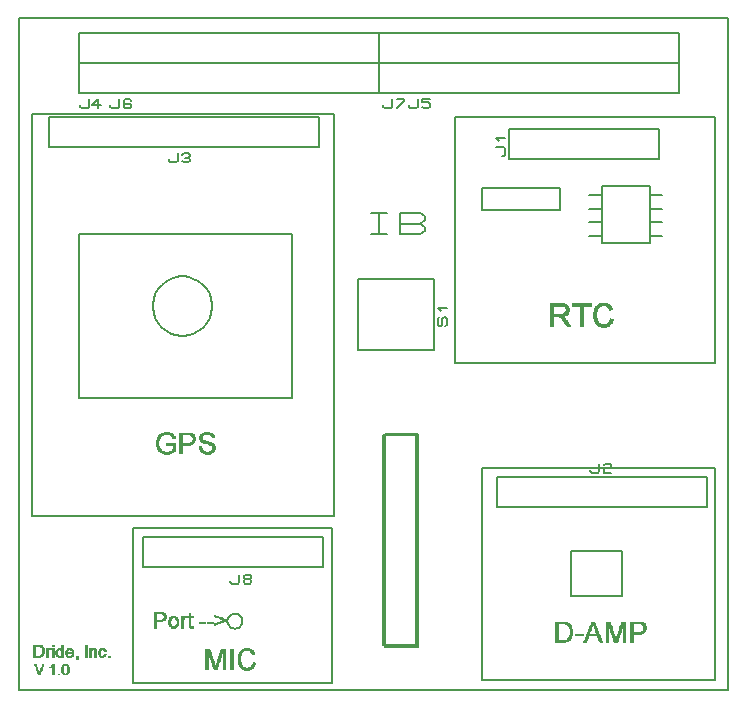
<source format=gbr>
G04 PROTEUS RS274X GERBER FILE*
%FSLAX24Y24*%
%MOIN*%
%ADD10C,0.0080*%
%ADD13C,0.0025*%
G54D10*
X-29996Y+105D02*
X-6353Y+105D01*
X-6353Y+22494D01*
X-29996Y+22494D01*
X-29996Y+105D01*
X-29000Y+18200D02*
X-20000Y+18200D01*
X-20000Y+19200D01*
X-29000Y+19200D01*
X-29000Y+18200D01*
X-25000Y+17790D02*
X-25000Y+17740D01*
X-24950Y+17690D01*
X-24750Y+17690D01*
X-24700Y+17740D01*
X-24700Y+17990D01*
X-24550Y+17940D02*
X-24500Y+17990D01*
X-24350Y+17990D01*
X-24300Y+17940D01*
X-24300Y+17890D01*
X-24350Y+17840D01*
X-24300Y+17790D01*
X-24300Y+17740D01*
X-24350Y+17690D01*
X-24500Y+17690D01*
X-24550Y+17740D01*
X-24450Y+17840D02*
X-24350Y+17840D01*
X-29550Y+5900D02*
X-19500Y+5900D01*
X-19500Y+19300D01*
X-29550Y+19300D01*
X-29550Y+5900D01*
X-28000Y+9850D02*
X-20900Y+9850D01*
X-20900Y+15300D01*
X-28000Y+15300D01*
X-28000Y+9850D01*
X-28000Y+20000D02*
X-18000Y+20000D01*
X-18000Y+21000D01*
X-28000Y+21000D01*
X-28000Y+20000D01*
X-27950Y+19590D02*
X-27950Y+19540D01*
X-27900Y+19490D01*
X-27700Y+19490D01*
X-27650Y+19540D01*
X-27650Y+19790D01*
X-27250Y+19590D02*
X-27550Y+19590D01*
X-27350Y+19790D01*
X-27350Y+19490D01*
X-28000Y+21000D02*
X-18000Y+21000D01*
X-18000Y+22000D01*
X-28000Y+22000D01*
X-28000Y+21000D01*
X-26950Y+19590D02*
X-26950Y+19540D01*
X-26900Y+19490D01*
X-26700Y+19490D01*
X-26650Y+19540D01*
X-26650Y+19790D01*
X-26250Y+19740D02*
X-26300Y+19790D01*
X-26450Y+19790D01*
X-26500Y+19740D01*
X-26500Y+19540D01*
X-26450Y+19490D01*
X-26300Y+19490D01*
X-26250Y+19540D01*
X-26250Y+19590D01*
X-26300Y+19640D01*
X-26500Y+19640D01*
X-18000Y+20000D02*
X-8000Y+20000D01*
X-8000Y+21000D01*
X-18000Y+21000D01*
X-18000Y+20000D01*
X-17000Y+19590D02*
X-17000Y+19540D01*
X-16950Y+19490D01*
X-16750Y+19490D01*
X-16700Y+19540D01*
X-16700Y+19790D01*
X-16300Y+19790D02*
X-16550Y+19790D01*
X-16550Y+19690D01*
X-16350Y+19690D01*
X-16300Y+19640D01*
X-16300Y+19540D01*
X-16350Y+19490D01*
X-16500Y+19490D01*
X-16550Y+19540D01*
X-18000Y+21000D02*
X-8000Y+21000D01*
X-8000Y+22000D01*
X-18000Y+22000D01*
X-18000Y+21000D01*
X-17850Y+19590D02*
X-17850Y+19540D01*
X-17800Y+19490D01*
X-17600Y+19490D01*
X-17550Y+19540D01*
X-17550Y+19790D01*
X-17400Y+19790D02*
X-17150Y+19790D01*
X-17150Y+19740D01*
X-17400Y+19490D01*
X-15450Y+11000D02*
X-6800Y+11000D01*
X-6800Y+19200D01*
X-15450Y+19200D01*
X-15450Y+11000D01*
X-14550Y+450D02*
X-6800Y+450D01*
X-6800Y+7500D01*
X-14550Y+7500D01*
X-14550Y+450D01*
X-17850Y+1600D02*
X-16750Y+1600D01*
X-16750Y+8600D01*
X-17850Y+8600D01*
X-17850Y+1600D01*
X-26200Y+350D02*
X-19550Y+350D01*
X-19550Y+5500D01*
X-26200Y+5500D01*
X-26200Y+350D01*
X-13650Y+17800D02*
X-8650Y+17800D01*
X-8650Y+18800D01*
X-13650Y+18800D01*
X-13650Y+17800D01*
X-13890Y+17900D02*
X-13840Y+17900D01*
X-13790Y+17950D01*
X-13790Y+18150D01*
X-13840Y+18200D01*
X-14090Y+18200D01*
X-13990Y+18400D02*
X-14090Y+18500D01*
X-13790Y+18500D01*
X-14050Y+6200D02*
X-7050Y+6200D01*
X-7050Y+7200D01*
X-14050Y+7200D01*
X-14050Y+6200D01*
X-10950Y+7440D02*
X-10950Y+7390D01*
X-10900Y+7340D01*
X-10700Y+7340D01*
X-10650Y+7390D01*
X-10650Y+7640D01*
X-10500Y+7590D02*
X-10450Y+7640D01*
X-10300Y+7640D01*
X-10250Y+7590D01*
X-10250Y+7540D01*
X-10300Y+7490D01*
X-10450Y+7490D01*
X-10500Y+7440D01*
X-10500Y+7340D01*
X-10250Y+7340D01*
X-25850Y+4200D02*
X-19850Y+4200D01*
X-19850Y+5200D01*
X-25850Y+5200D01*
X-25850Y+4200D01*
X-22950Y+3740D02*
X-22950Y+3690D01*
X-22900Y+3640D01*
X-22700Y+3640D01*
X-22650Y+3690D01*
X-22650Y+3940D01*
X-22450Y+3790D02*
X-22500Y+3840D01*
X-22500Y+3890D01*
X-22450Y+3940D01*
X-22300Y+3940D01*
X-22250Y+3890D01*
X-22250Y+3840D01*
X-22300Y+3790D01*
X-22450Y+3790D01*
X-22500Y+3740D01*
X-22500Y+3690D01*
X-22450Y+3640D01*
X-22300Y+3640D01*
X-22250Y+3690D01*
X-22250Y+3740D01*
X-22300Y+3790D01*
G54D13*
X-10600Y+12210D02*
X-10420Y+12210D01*
X-12280Y+12230D02*
X-12180Y+12230D01*
X-11740Y+12230D02*
X-11620Y+12230D01*
X-11300Y+12230D02*
X-11200Y+12230D01*
X-10660Y+12230D02*
X-10380Y+12230D01*
X-12280Y+12250D02*
X-12180Y+12250D01*
X-11740Y+12250D02*
X-11620Y+12250D01*
X-11300Y+12250D02*
X-11200Y+12250D01*
X-10700Y+12250D02*
X-10340Y+12250D01*
X-12280Y+12270D02*
X-12180Y+12270D01*
X-11760Y+12270D02*
X-11640Y+12270D01*
X-11300Y+12270D02*
X-11200Y+12270D01*
X-10720Y+12270D02*
X-10320Y+12270D01*
X-12280Y+12290D02*
X-12180Y+12290D01*
X-11780Y+12290D02*
X-11660Y+12290D01*
X-11300Y+12290D02*
X-11200Y+12290D01*
X-10740Y+12290D02*
X-10280Y+12290D01*
X-12280Y+12310D02*
X-12180Y+12310D01*
X-11780Y+12310D02*
X-11660Y+12310D01*
X-11300Y+12310D02*
X-11200Y+12310D01*
X-10760Y+12310D02*
X-10580Y+12310D01*
X-10440Y+12310D02*
X-10280Y+12310D01*
X-12280Y+12330D02*
X-12180Y+12330D01*
X-11800Y+12330D02*
X-11680Y+12330D01*
X-11300Y+12330D02*
X-11200Y+12330D01*
X-10780Y+12330D02*
X-10640Y+12330D01*
X-10400Y+12330D02*
X-10260Y+12330D01*
X-12280Y+12350D02*
X-12180Y+12350D01*
X-11820Y+12350D02*
X-11700Y+12350D01*
X-11300Y+12350D02*
X-11200Y+12350D01*
X-10800Y+12350D02*
X-10660Y+12350D01*
X-10380Y+12350D02*
X-10240Y+12350D01*
X-12280Y+12370D02*
X-12180Y+12370D01*
X-11820Y+12370D02*
X-11700Y+12370D01*
X-11300Y+12370D02*
X-11200Y+12370D01*
X-10800Y+12370D02*
X-10680Y+12370D01*
X-10360Y+12370D02*
X-10240Y+12370D01*
X-12280Y+12390D02*
X-12180Y+12390D01*
X-11840Y+12390D02*
X-11720Y+12390D01*
X-11300Y+12390D02*
X-11200Y+12390D01*
X-10820Y+12390D02*
X-10700Y+12390D01*
X-10340Y+12390D02*
X-10220Y+12390D01*
X-12280Y+12410D02*
X-12180Y+12410D01*
X-11860Y+12410D02*
X-11740Y+12410D01*
X-11300Y+12410D02*
X-11200Y+12410D01*
X-10820Y+12410D02*
X-10720Y+12410D01*
X-10320Y+12410D02*
X-10220Y+12410D01*
X-12280Y+12430D02*
X-12180Y+12430D01*
X-11860Y+12430D02*
X-11740Y+12430D01*
X-11300Y+12430D02*
X-11200Y+12430D01*
X-10840Y+12430D02*
X-10720Y+12430D01*
X-10320Y+12430D02*
X-10220Y+12430D01*
X-12280Y+12450D02*
X-12180Y+12450D01*
X-11880Y+12450D02*
X-11760Y+12450D01*
X-11300Y+12450D02*
X-11200Y+12450D01*
X-10840Y+12450D02*
X-10740Y+12450D01*
X-10320Y+12450D02*
X-10200Y+12450D01*
X-12280Y+12470D02*
X-12180Y+12470D01*
X-11900Y+12470D02*
X-11780Y+12470D01*
X-11300Y+12470D02*
X-11200Y+12470D01*
X-10840Y+12470D02*
X-10740Y+12470D01*
X-10300Y+12470D02*
X-10200Y+12470D01*
X-12280Y+12490D02*
X-12180Y+12490D01*
X-11920Y+12490D02*
X-11800Y+12490D01*
X-11300Y+12490D02*
X-11200Y+12490D01*
X-10840Y+12490D02*
X-10740Y+12490D01*
X-10300Y+12490D02*
X-10280Y+12490D01*
X-12280Y+12510D02*
X-12180Y+12510D01*
X-11940Y+12510D02*
X-11820Y+12510D01*
X-11300Y+12510D02*
X-11200Y+12510D01*
X-10860Y+12510D02*
X-10760Y+12510D01*
X-12280Y+12530D02*
X-12180Y+12530D01*
X-11960Y+12530D02*
X-11840Y+12530D01*
X-11300Y+12530D02*
X-11200Y+12530D01*
X-10860Y+12530D02*
X-10760Y+12530D01*
X-12280Y+12550D02*
X-12180Y+12550D01*
X-11980Y+12550D02*
X-11860Y+12550D01*
X-11300Y+12550D02*
X-11200Y+12550D01*
X-10860Y+12550D02*
X-10760Y+12550D01*
X-12280Y+12570D02*
X-11820Y+12570D01*
X-11300Y+12570D02*
X-11200Y+12570D01*
X-10860Y+12570D02*
X-10760Y+12570D01*
X-12280Y+12590D02*
X-11780Y+12590D01*
X-11300Y+12590D02*
X-11200Y+12590D01*
X-10860Y+12590D02*
X-10760Y+12590D01*
X-12280Y+12610D02*
X-11740Y+12610D01*
X-11300Y+12610D02*
X-11200Y+12610D01*
X-10860Y+12610D02*
X-10760Y+12610D01*
X-12280Y+12630D02*
X-11720Y+12630D01*
X-11300Y+12630D02*
X-11200Y+12630D01*
X-10860Y+12630D02*
X-10760Y+12630D01*
X-12280Y+12650D02*
X-11700Y+12650D01*
X-11300Y+12650D02*
X-11200Y+12650D01*
X-10860Y+12650D02*
X-10760Y+12650D01*
X-12280Y+12670D02*
X-12180Y+12670D01*
X-11860Y+12670D02*
X-11680Y+12670D01*
X-11300Y+12670D02*
X-11200Y+12670D01*
X-10860Y+12670D02*
X-10760Y+12670D01*
X-12280Y+12690D02*
X-12180Y+12690D01*
X-11820Y+12690D02*
X-11680Y+12690D01*
X-11300Y+12690D02*
X-11200Y+12690D01*
X-10860Y+12690D02*
X-10760Y+12690D01*
X-12280Y+12710D02*
X-12180Y+12710D01*
X-11780Y+12710D02*
X-11680Y+12710D01*
X-11300Y+12710D02*
X-11200Y+12710D01*
X-10860Y+12710D02*
X-10760Y+12710D01*
X-12280Y+12730D02*
X-12180Y+12730D01*
X-11780Y+12730D02*
X-11660Y+12730D01*
X-11300Y+12730D02*
X-11200Y+12730D01*
X-10840Y+12730D02*
X-10740Y+12730D01*
X-12280Y+12750D02*
X-12180Y+12750D01*
X-11760Y+12750D02*
X-11660Y+12750D01*
X-11300Y+12750D02*
X-11200Y+12750D01*
X-10840Y+12750D02*
X-10740Y+12750D01*
X-12280Y+12770D02*
X-12180Y+12770D01*
X-11760Y+12770D02*
X-11660Y+12770D01*
X-11300Y+12770D02*
X-11200Y+12770D01*
X-10840Y+12770D02*
X-10740Y+12770D01*
X-10320Y+12770D02*
X-10280Y+12770D01*
X-12280Y+12790D02*
X-12180Y+12790D01*
X-11760Y+12790D02*
X-11660Y+12790D01*
X-11300Y+12790D02*
X-11200Y+12790D01*
X-10840Y+12790D02*
X-10720Y+12790D01*
X-10340Y+12790D02*
X-10220Y+12790D01*
X-12280Y+12810D02*
X-12180Y+12810D01*
X-11760Y+12810D02*
X-11660Y+12810D01*
X-11300Y+12810D02*
X-11200Y+12810D01*
X-10820Y+12810D02*
X-10720Y+12810D01*
X-10340Y+12810D02*
X-10220Y+12810D01*
X-12280Y+12830D02*
X-12180Y+12830D01*
X-11780Y+12830D02*
X-11660Y+12830D01*
X-11300Y+12830D02*
X-11200Y+12830D01*
X-10820Y+12830D02*
X-10700Y+12830D01*
X-10360Y+12830D02*
X-10240Y+12830D01*
X-12280Y+12850D02*
X-12180Y+12850D01*
X-11780Y+12850D02*
X-11680Y+12850D01*
X-11300Y+12850D02*
X-11200Y+12850D01*
X-10800Y+12850D02*
X-10680Y+12850D01*
X-10360Y+12850D02*
X-10240Y+12850D01*
X-12280Y+12870D02*
X-12180Y+12870D01*
X-11800Y+12870D02*
X-11680Y+12870D01*
X-11300Y+12870D02*
X-11200Y+12870D01*
X-10800Y+12870D02*
X-10660Y+12870D01*
X-10380Y+12870D02*
X-10260Y+12870D01*
X-12280Y+12890D02*
X-12180Y+12890D01*
X-11840Y+12890D02*
X-11680Y+12890D01*
X-11300Y+12890D02*
X-11200Y+12890D01*
X-10780Y+12890D02*
X-10640Y+12890D01*
X-10400Y+12890D02*
X-10260Y+12890D01*
X-12280Y+12910D02*
X-11700Y+12910D01*
X-11560Y+12910D02*
X-10940Y+12910D01*
X-10760Y+12910D02*
X-10600Y+12910D01*
X-10440Y+12910D02*
X-10280Y+12910D01*
X-12280Y+12930D02*
X-11720Y+12930D01*
X-11560Y+12930D02*
X-10940Y+12930D01*
X-10740Y+12930D02*
X-10300Y+12930D01*
X-12280Y+12950D02*
X-11740Y+12950D01*
X-11560Y+12950D02*
X-10940Y+12950D01*
X-10720Y+12950D02*
X-10320Y+12950D01*
X-12280Y+12970D02*
X-11760Y+12970D01*
X-11560Y+12970D02*
X-10940Y+12970D01*
X-10700Y+12970D02*
X-10340Y+12970D01*
X-12280Y+12990D02*
X-11820Y+12990D01*
X-11560Y+12990D02*
X-10940Y+12990D01*
X-10660Y+12990D02*
X-10380Y+12990D01*
X-10600Y+13010D02*
X-10420Y+13010D01*
X-12120Y+1700D02*
X-11780Y+1700D01*
X-11180Y+1700D02*
X-11100Y+1700D01*
X-10640Y+1700D02*
X-10560Y+1700D01*
X-10440Y+1700D02*
X-10360Y+1700D01*
X-10160Y+1700D02*
X-10060Y+1700D01*
X-9860Y+1700D02*
X-9780Y+1700D01*
X-9620Y+1700D02*
X-9540Y+1700D01*
X-12120Y+1720D02*
X-11720Y+1720D01*
X-11180Y+1720D02*
X-11080Y+1720D01*
X-10660Y+1720D02*
X-10560Y+1720D01*
X-10440Y+1720D02*
X-10360Y+1720D01*
X-10160Y+1720D02*
X-10060Y+1720D01*
X-9860Y+1720D02*
X-9780Y+1720D01*
X-9620Y+1720D02*
X-9540Y+1720D01*
X-12120Y+1740D02*
X-11680Y+1740D01*
X-11160Y+1740D02*
X-11080Y+1740D01*
X-10660Y+1740D02*
X-10580Y+1740D01*
X-10440Y+1740D02*
X-10360Y+1740D01*
X-10180Y+1740D02*
X-10040Y+1740D01*
X-9860Y+1740D02*
X-9780Y+1740D01*
X-9620Y+1740D02*
X-9540Y+1740D01*
X-12120Y+1760D02*
X-11660Y+1760D01*
X-11160Y+1760D02*
X-11080Y+1760D01*
X-10660Y+1760D02*
X-10580Y+1760D01*
X-10440Y+1760D02*
X-10360Y+1760D01*
X-10180Y+1760D02*
X-10040Y+1760D01*
X-9860Y+1760D02*
X-9780Y+1760D01*
X-9620Y+1760D02*
X-9540Y+1760D01*
X-12120Y+1780D02*
X-12040Y+1780D01*
X-11780Y+1780D02*
X-11640Y+1780D01*
X-11140Y+1780D02*
X-11060Y+1780D01*
X-10680Y+1780D02*
X-10600Y+1780D01*
X-10440Y+1780D02*
X-10360Y+1780D01*
X-10180Y+1780D02*
X-10040Y+1780D01*
X-9860Y+1780D02*
X-9780Y+1780D01*
X-9620Y+1780D02*
X-9540Y+1780D01*
X-12120Y+1800D02*
X-12040Y+1800D01*
X-11740Y+1800D02*
X-11620Y+1800D01*
X-11140Y+1800D02*
X-11060Y+1800D01*
X-10680Y+1800D02*
X-10600Y+1800D01*
X-10440Y+1800D02*
X-10360Y+1800D01*
X-10200Y+1800D02*
X-10120Y+1800D01*
X-10100Y+1800D02*
X-10020Y+1800D01*
X-9860Y+1800D02*
X-9780Y+1800D01*
X-9620Y+1800D02*
X-9540Y+1800D01*
X-12120Y+1820D02*
X-12040Y+1820D01*
X-11720Y+1820D02*
X-11620Y+1820D01*
X-11140Y+1820D02*
X-11060Y+1820D01*
X-10680Y+1820D02*
X-10600Y+1820D01*
X-10440Y+1820D02*
X-10360Y+1820D01*
X-10200Y+1820D02*
X-10120Y+1820D01*
X-10100Y+1820D02*
X-10020Y+1820D01*
X-9860Y+1820D02*
X-9780Y+1820D01*
X-9620Y+1820D02*
X-9540Y+1820D01*
X-12120Y+1840D02*
X-12040Y+1840D01*
X-11700Y+1840D02*
X-11600Y+1840D01*
X-11120Y+1840D02*
X-11040Y+1840D01*
X-10700Y+1840D02*
X-10620Y+1840D01*
X-10440Y+1840D02*
X-10360Y+1840D01*
X-10200Y+1840D02*
X-10120Y+1840D01*
X-10100Y+1840D02*
X-10020Y+1840D01*
X-9860Y+1840D02*
X-9780Y+1840D01*
X-9620Y+1840D02*
X-9540Y+1840D01*
X-12120Y+1860D02*
X-12040Y+1860D01*
X-11680Y+1860D02*
X-11600Y+1860D01*
X-11120Y+1860D02*
X-11040Y+1860D01*
X-10700Y+1860D02*
X-10620Y+1860D01*
X-10440Y+1860D02*
X-10360Y+1860D01*
X-10220Y+1860D02*
X-10140Y+1860D01*
X-10080Y+1860D02*
X-10000Y+1860D01*
X-9860Y+1860D02*
X-9780Y+1860D01*
X-9620Y+1860D02*
X-9540Y+1860D01*
X-12120Y+1880D02*
X-12040Y+1880D01*
X-11680Y+1880D02*
X-11580Y+1880D01*
X-11100Y+1880D02*
X-11020Y+1880D01*
X-10720Y+1880D02*
X-10640Y+1880D01*
X-10440Y+1880D02*
X-10360Y+1880D01*
X-10220Y+1880D02*
X-10140Y+1880D01*
X-10080Y+1880D02*
X-10000Y+1880D01*
X-9860Y+1880D02*
X-9780Y+1880D01*
X-9620Y+1880D02*
X-9540Y+1880D01*
X-12120Y+1900D02*
X-12040Y+1900D01*
X-11660Y+1900D02*
X-11580Y+1900D01*
X-11100Y+1900D02*
X-11020Y+1900D01*
X-10720Y+1900D02*
X-10640Y+1900D01*
X-10440Y+1900D02*
X-10360Y+1900D01*
X-10220Y+1900D02*
X-10140Y+1900D01*
X-10080Y+1900D02*
X-10000Y+1900D01*
X-9860Y+1900D02*
X-9780Y+1900D01*
X-9620Y+1900D02*
X-9540Y+1900D01*
X-12120Y+1920D02*
X-12040Y+1920D01*
X-11660Y+1920D02*
X-11580Y+1920D01*
X-11460Y+1920D02*
X-11200Y+1920D01*
X-11100Y+1920D02*
X-10640Y+1920D01*
X-10440Y+1920D02*
X-10360Y+1920D01*
X-10240Y+1920D02*
X-10160Y+1920D01*
X-10060Y+1920D02*
X-9980Y+1920D01*
X-9860Y+1920D02*
X-9780Y+1920D01*
X-9620Y+1920D02*
X-9540Y+1920D01*
X-12120Y+1940D02*
X-12040Y+1940D01*
X-11660Y+1940D02*
X-11560Y+1940D01*
X-11460Y+1940D02*
X-11200Y+1940D01*
X-11080Y+1940D02*
X-10660Y+1940D01*
X-10440Y+1940D02*
X-10360Y+1940D01*
X-10240Y+1940D02*
X-10160Y+1940D01*
X-10060Y+1940D02*
X-9980Y+1940D01*
X-9860Y+1940D02*
X-9780Y+1940D01*
X-9620Y+1940D02*
X-9540Y+1940D01*
X-12120Y+1960D02*
X-12040Y+1960D01*
X-11640Y+1960D02*
X-11560Y+1960D01*
X-11460Y+1960D02*
X-11200Y+1960D01*
X-11080Y+1960D02*
X-10660Y+1960D01*
X-10440Y+1960D02*
X-10360Y+1960D01*
X-10240Y+1960D02*
X-10160Y+1960D01*
X-10060Y+1960D02*
X-9980Y+1960D01*
X-9860Y+1960D02*
X-9780Y+1960D01*
X-9620Y+1960D02*
X-9540Y+1960D01*
X-12120Y+1980D02*
X-12040Y+1980D01*
X-11640Y+1980D02*
X-11560Y+1980D01*
X-11460Y+1980D02*
X-11200Y+1980D01*
X-11060Y+1980D02*
X-10680Y+1980D01*
X-10440Y+1980D02*
X-10360Y+1980D01*
X-10260Y+1980D02*
X-10180Y+1980D01*
X-10040Y+1980D02*
X-9960Y+1980D01*
X-9860Y+1980D02*
X-9780Y+1980D01*
X-9620Y+1980D02*
X-9260Y+1980D01*
X-12120Y+2000D02*
X-12040Y+2000D01*
X-11640Y+2000D02*
X-11560Y+2000D01*
X-11060Y+2000D02*
X-10980Y+2000D01*
X-10760Y+2000D02*
X-10680Y+2000D01*
X-10440Y+2000D02*
X-10360Y+2000D01*
X-10260Y+2000D02*
X-10180Y+2000D01*
X-10040Y+2000D02*
X-9960Y+2000D01*
X-9860Y+2000D02*
X-9780Y+2000D01*
X-9620Y+2000D02*
X-9200Y+2000D01*
X-12120Y+2020D02*
X-12040Y+2020D01*
X-11640Y+2020D02*
X-11560Y+2020D01*
X-11060Y+2020D02*
X-10980Y+2020D01*
X-10760Y+2020D02*
X-10680Y+2020D01*
X-10440Y+2020D02*
X-10360Y+2020D01*
X-10260Y+2020D02*
X-10180Y+2020D01*
X-10040Y+2020D02*
X-9960Y+2020D01*
X-9860Y+2020D02*
X-9780Y+2020D01*
X-9620Y+2020D02*
X-9160Y+2020D01*
X-12120Y+2040D02*
X-12040Y+2040D01*
X-11640Y+2040D02*
X-11560Y+2040D01*
X-11040Y+2040D02*
X-10980Y+2040D01*
X-10780Y+2040D02*
X-10700Y+2040D01*
X-10440Y+2040D02*
X-10360Y+2040D01*
X-10280Y+2040D02*
X-10200Y+2040D01*
X-10020Y+2040D02*
X-9940Y+2040D01*
X-9860Y+2040D02*
X-9780Y+2040D01*
X-9620Y+2040D02*
X-9160Y+2040D01*
X-12120Y+2060D02*
X-12040Y+2060D01*
X-11640Y+2060D02*
X-11560Y+2060D01*
X-11040Y+2060D02*
X-10960Y+2060D01*
X-10780Y+2060D02*
X-10700Y+2060D01*
X-10440Y+2060D02*
X-10360Y+2060D01*
X-10280Y+2060D02*
X-10200Y+2060D01*
X-10020Y+2060D02*
X-9940Y+2060D01*
X-9860Y+2060D02*
X-9780Y+2060D01*
X-9620Y+2060D02*
X-9540Y+2060D01*
X-9260Y+2060D02*
X-9140Y+2060D01*
X-12120Y+2080D02*
X-12040Y+2080D01*
X-11640Y+2080D02*
X-11560Y+2080D01*
X-11020Y+2080D02*
X-10960Y+2080D01*
X-10780Y+2080D02*
X-10720Y+2080D01*
X-10440Y+2080D02*
X-10360Y+2080D01*
X-10280Y+2080D02*
X-10200Y+2080D01*
X-10020Y+2080D02*
X-9940Y+2080D01*
X-9860Y+2080D02*
X-9780Y+2080D01*
X-9620Y+2080D02*
X-9540Y+2080D01*
X-9220Y+2080D02*
X-9120Y+2080D01*
X-12120Y+2100D02*
X-12040Y+2100D01*
X-11640Y+2100D02*
X-11560Y+2100D01*
X-11020Y+2100D02*
X-10940Y+2100D01*
X-10800Y+2100D02*
X-10720Y+2100D01*
X-10440Y+2100D02*
X-10360Y+2100D01*
X-10300Y+2100D02*
X-10220Y+2100D01*
X-10000Y+2100D02*
X-9920Y+2100D01*
X-9860Y+2100D02*
X-9780Y+2100D01*
X-9620Y+2100D02*
X-9540Y+2100D01*
X-9200Y+2100D02*
X-9120Y+2100D01*
X-12120Y+2120D02*
X-12040Y+2120D01*
X-11640Y+2120D02*
X-11560Y+2120D01*
X-11020Y+2120D02*
X-10940Y+2120D01*
X-10800Y+2120D02*
X-10720Y+2120D01*
X-10440Y+2120D02*
X-10360Y+2120D01*
X-10300Y+2120D02*
X-10220Y+2120D01*
X-10000Y+2120D02*
X-9920Y+2120D01*
X-9860Y+2120D02*
X-9780Y+2120D01*
X-9620Y+2120D02*
X-9540Y+2120D01*
X-9200Y+2120D02*
X-9100Y+2120D01*
X-12120Y+2140D02*
X-12040Y+2140D01*
X-11640Y+2140D02*
X-11560Y+2140D01*
X-11000Y+2140D02*
X-10940Y+2140D01*
X-10800Y+2140D02*
X-10740Y+2140D01*
X-10440Y+2140D02*
X-10360Y+2140D01*
X-10300Y+2140D02*
X-10220Y+2140D01*
X-10000Y+2140D02*
X-9920Y+2140D01*
X-9860Y+2140D02*
X-9780Y+2140D01*
X-9620Y+2140D02*
X-9540Y+2140D01*
X-9180Y+2140D02*
X-9100Y+2140D01*
X-12120Y+2160D02*
X-12040Y+2160D01*
X-11660Y+2160D02*
X-11580Y+2160D01*
X-11000Y+2160D02*
X-10920Y+2160D01*
X-10820Y+2160D02*
X-10740Y+2160D01*
X-10440Y+2160D02*
X-10360Y+2160D01*
X-10320Y+2160D02*
X-10240Y+2160D01*
X-9980Y+2160D02*
X-9900Y+2160D01*
X-9860Y+2160D02*
X-9780Y+2160D01*
X-9620Y+2160D02*
X-9540Y+2160D01*
X-9180Y+2160D02*
X-9100Y+2160D01*
X-12120Y+2180D02*
X-12040Y+2180D01*
X-11660Y+2180D02*
X-11580Y+2180D01*
X-10980Y+2180D02*
X-10920Y+2180D01*
X-10820Y+2180D02*
X-10760Y+2180D01*
X-10440Y+2180D02*
X-10360Y+2180D01*
X-10320Y+2180D02*
X-10240Y+2180D01*
X-9980Y+2180D02*
X-9900Y+2180D01*
X-9860Y+2180D02*
X-9780Y+2180D01*
X-9620Y+2180D02*
X-9540Y+2180D01*
X-9180Y+2180D02*
X-9100Y+2180D01*
X-12120Y+2200D02*
X-12040Y+2200D01*
X-11660Y+2200D02*
X-11580Y+2200D01*
X-10980Y+2200D02*
X-10920Y+2200D01*
X-10820Y+2200D02*
X-10760Y+2200D01*
X-10440Y+2200D02*
X-10360Y+2200D01*
X-10320Y+2200D02*
X-10240Y+2200D01*
X-9980Y+2200D02*
X-9900Y+2200D01*
X-9860Y+2200D02*
X-9780Y+2200D01*
X-9620Y+2200D02*
X-9540Y+2200D01*
X-9180Y+2200D02*
X-9100Y+2200D01*
X-12120Y+2220D02*
X-12040Y+2220D01*
X-11680Y+2220D02*
X-11600Y+2220D01*
X-10980Y+2220D02*
X-10900Y+2220D01*
X-10840Y+2220D02*
X-10760Y+2220D01*
X-10440Y+2220D02*
X-10360Y+2220D01*
X-10340Y+2220D02*
X-10240Y+2220D01*
X-9980Y+2220D02*
X-9880Y+2220D01*
X-9860Y+2220D02*
X-9780Y+2220D01*
X-9620Y+2220D02*
X-9540Y+2220D01*
X-9180Y+2220D02*
X-9100Y+2220D01*
X-12120Y+2240D02*
X-12040Y+2240D01*
X-11700Y+2240D02*
X-11600Y+2240D01*
X-10960Y+2240D02*
X-10900Y+2240D01*
X-10840Y+2240D02*
X-10780Y+2240D01*
X-10440Y+2240D02*
X-10360Y+2240D01*
X-10340Y+2240D02*
X-10260Y+2240D01*
X-9960Y+2240D02*
X-9880Y+2240D01*
X-9860Y+2240D02*
X-9780Y+2240D01*
X-9620Y+2240D02*
X-9540Y+2240D01*
X-9200Y+2240D02*
X-9100Y+2240D01*
X-12120Y+2260D02*
X-12040Y+2260D01*
X-11720Y+2260D02*
X-11600Y+2260D01*
X-10960Y+2260D02*
X-10880Y+2260D01*
X-10860Y+2260D02*
X-10780Y+2260D01*
X-10440Y+2260D02*
X-10360Y+2260D01*
X-10340Y+2260D02*
X-10260Y+2260D01*
X-9960Y+2260D02*
X-9880Y+2260D01*
X-9860Y+2260D02*
X-9780Y+2260D01*
X-9620Y+2260D02*
X-9540Y+2260D01*
X-9200Y+2260D02*
X-9120Y+2260D01*
X-12120Y+2280D02*
X-12040Y+2280D01*
X-11740Y+2280D02*
X-11620Y+2280D01*
X-10940Y+2280D02*
X-10880Y+2280D01*
X-10860Y+2280D02*
X-10800Y+2280D01*
X-10440Y+2280D02*
X-10260Y+2280D01*
X-9960Y+2280D02*
X-9780Y+2280D01*
X-9620Y+2280D02*
X-9540Y+2280D01*
X-9220Y+2280D02*
X-9120Y+2280D01*
X-12120Y+2300D02*
X-12040Y+2300D01*
X-11780Y+2300D02*
X-11640Y+2300D01*
X-10940Y+2300D02*
X-10880Y+2300D01*
X-10860Y+2300D02*
X-10800Y+2300D01*
X-10440Y+2300D02*
X-10280Y+2300D01*
X-9940Y+2300D02*
X-9780Y+2300D01*
X-9620Y+2300D02*
X-9540Y+2300D01*
X-9260Y+2300D02*
X-9140Y+2300D01*
X-12120Y+2320D02*
X-11660Y+2320D01*
X-10940Y+2320D02*
X-10800Y+2320D01*
X-10440Y+2320D02*
X-10280Y+2320D01*
X-9940Y+2320D02*
X-9780Y+2320D01*
X-9620Y+2320D02*
X-9140Y+2320D01*
X-12120Y+2340D02*
X-11680Y+2340D01*
X-10920Y+2340D02*
X-10820Y+2340D01*
X-10440Y+2340D02*
X-10280Y+2340D01*
X-9940Y+2340D02*
X-9780Y+2340D01*
X-9620Y+2340D02*
X-9160Y+2340D01*
X-12120Y+2360D02*
X-11720Y+2360D01*
X-10920Y+2360D02*
X-10820Y+2360D01*
X-10440Y+2360D02*
X-10300Y+2360D01*
X-9920Y+2360D02*
X-9780Y+2360D01*
X-9620Y+2360D02*
X-9200Y+2360D01*
X-12120Y+2380D02*
X-11760Y+2380D01*
X-10900Y+2380D02*
X-10840Y+2380D01*
X-10440Y+2380D02*
X-10300Y+2380D01*
X-9920Y+2380D02*
X-9780Y+2380D01*
X-9620Y+2380D02*
X-9240Y+2380D01*
X-22489Y+780D02*
X-22329Y+780D01*
X-23789Y+800D02*
X-23709Y+800D01*
X-23509Y+800D02*
X-23409Y+800D01*
X-23209Y+800D02*
X-23129Y+800D01*
X-22949Y+800D02*
X-22869Y+800D01*
X-22549Y+800D02*
X-22269Y+800D01*
X-23789Y+820D02*
X-23709Y+820D01*
X-23509Y+820D02*
X-23409Y+820D01*
X-23209Y+820D02*
X-23129Y+820D01*
X-22949Y+820D02*
X-22869Y+820D01*
X-22569Y+820D02*
X-22249Y+820D01*
X-23789Y+840D02*
X-23709Y+840D01*
X-23529Y+840D02*
X-23389Y+840D01*
X-23209Y+840D02*
X-23129Y+840D01*
X-22949Y+840D02*
X-22869Y+840D01*
X-22609Y+840D02*
X-22209Y+840D01*
X-23789Y+860D02*
X-23709Y+860D01*
X-23529Y+860D02*
X-23389Y+860D01*
X-23209Y+860D02*
X-23129Y+860D01*
X-22949Y+860D02*
X-22869Y+860D01*
X-22629Y+860D02*
X-22469Y+860D01*
X-22349Y+860D02*
X-22189Y+860D01*
X-23789Y+880D02*
X-23709Y+880D01*
X-23529Y+880D02*
X-23389Y+880D01*
X-23209Y+880D02*
X-23129Y+880D01*
X-22949Y+880D02*
X-22869Y+880D01*
X-22629Y+880D02*
X-22509Y+880D01*
X-22309Y+880D02*
X-22189Y+880D01*
X-23789Y+900D02*
X-23709Y+900D01*
X-23549Y+900D02*
X-23469Y+900D01*
X-23449Y+900D02*
X-23369Y+900D01*
X-23209Y+900D02*
X-23129Y+900D01*
X-22949Y+900D02*
X-22869Y+900D01*
X-22649Y+900D02*
X-22549Y+900D01*
X-22269Y+900D02*
X-22169Y+900D01*
X-23789Y+920D02*
X-23709Y+920D01*
X-23549Y+920D02*
X-23469Y+920D01*
X-23449Y+920D02*
X-23369Y+920D01*
X-23209Y+920D02*
X-23129Y+920D01*
X-22949Y+920D02*
X-22869Y+920D01*
X-22669Y+920D02*
X-22569Y+920D01*
X-22249Y+920D02*
X-22169Y+920D01*
X-23789Y+940D02*
X-23709Y+940D01*
X-23549Y+940D02*
X-23469Y+940D01*
X-23449Y+940D02*
X-23369Y+940D01*
X-23209Y+940D02*
X-23129Y+940D01*
X-22949Y+940D02*
X-22869Y+940D01*
X-22669Y+940D02*
X-22589Y+940D01*
X-22249Y+940D02*
X-22149Y+940D01*
X-23789Y+960D02*
X-23709Y+960D01*
X-23569Y+960D02*
X-23489Y+960D01*
X-23429Y+960D02*
X-23349Y+960D01*
X-23209Y+960D02*
X-23129Y+960D01*
X-22949Y+960D02*
X-22869Y+960D01*
X-22669Y+960D02*
X-22589Y+960D01*
X-22229Y+960D02*
X-22149Y+960D01*
X-23789Y+980D02*
X-23709Y+980D01*
X-23569Y+980D02*
X-23489Y+980D01*
X-23429Y+980D02*
X-23349Y+980D01*
X-23209Y+980D02*
X-23129Y+980D01*
X-22949Y+980D02*
X-22869Y+980D01*
X-22689Y+980D02*
X-22609Y+980D01*
X-22229Y+980D02*
X-22129Y+980D01*
X-23789Y+1000D02*
X-23709Y+1000D01*
X-23569Y+1000D02*
X-23489Y+1000D01*
X-23429Y+1000D02*
X-23349Y+1000D01*
X-23209Y+1000D02*
X-23129Y+1000D01*
X-22949Y+1000D02*
X-22869Y+1000D01*
X-22689Y+1000D02*
X-22609Y+1000D01*
X-22209Y+1000D02*
X-22129Y+1000D01*
X-23789Y+1020D02*
X-23709Y+1020D01*
X-23589Y+1020D02*
X-23509Y+1020D01*
X-23409Y+1020D02*
X-23329Y+1020D01*
X-23209Y+1020D02*
X-23129Y+1020D01*
X-22949Y+1020D02*
X-22869Y+1020D01*
X-22689Y+1020D02*
X-22609Y+1020D01*
X-22209Y+1020D02*
X-22169Y+1020D01*
X-23789Y+1040D02*
X-23709Y+1040D01*
X-23589Y+1040D02*
X-23509Y+1040D01*
X-23409Y+1040D02*
X-23329Y+1040D01*
X-23209Y+1040D02*
X-23129Y+1040D01*
X-22949Y+1040D02*
X-22869Y+1040D01*
X-22709Y+1040D02*
X-22629Y+1040D01*
X-23789Y+1060D02*
X-23709Y+1060D01*
X-23589Y+1060D02*
X-23509Y+1060D01*
X-23409Y+1060D02*
X-23329Y+1060D01*
X-23209Y+1060D02*
X-23129Y+1060D01*
X-22949Y+1060D02*
X-22869Y+1060D01*
X-22709Y+1060D02*
X-22629Y+1060D01*
X-23789Y+1080D02*
X-23709Y+1080D01*
X-23609Y+1080D02*
X-23529Y+1080D01*
X-23389Y+1080D02*
X-23309Y+1080D01*
X-23209Y+1080D02*
X-23129Y+1080D01*
X-22949Y+1080D02*
X-22869Y+1080D01*
X-22709Y+1080D02*
X-22629Y+1080D01*
X-23789Y+1100D02*
X-23709Y+1100D01*
X-23609Y+1100D02*
X-23529Y+1100D01*
X-23389Y+1100D02*
X-23309Y+1100D01*
X-23209Y+1100D02*
X-23129Y+1100D01*
X-22949Y+1100D02*
X-22869Y+1100D01*
X-22709Y+1100D02*
X-22629Y+1100D01*
X-23789Y+1120D02*
X-23709Y+1120D01*
X-23609Y+1120D02*
X-23529Y+1120D01*
X-23389Y+1120D02*
X-23309Y+1120D01*
X-23209Y+1120D02*
X-23129Y+1120D01*
X-22949Y+1120D02*
X-22869Y+1120D01*
X-22709Y+1120D02*
X-22629Y+1120D01*
X-23789Y+1140D02*
X-23709Y+1140D01*
X-23629Y+1140D02*
X-23549Y+1140D01*
X-23369Y+1140D02*
X-23289Y+1140D01*
X-23209Y+1140D02*
X-23129Y+1140D01*
X-22949Y+1140D02*
X-22869Y+1140D01*
X-22709Y+1140D02*
X-22629Y+1140D01*
X-23789Y+1160D02*
X-23709Y+1160D01*
X-23629Y+1160D02*
X-23549Y+1160D01*
X-23369Y+1160D02*
X-23289Y+1160D01*
X-23209Y+1160D02*
X-23129Y+1160D01*
X-22949Y+1160D02*
X-22869Y+1160D01*
X-22709Y+1160D02*
X-22629Y+1160D01*
X-23789Y+1180D02*
X-23709Y+1180D01*
X-23629Y+1180D02*
X-23549Y+1180D01*
X-23369Y+1180D02*
X-23289Y+1180D01*
X-23209Y+1180D02*
X-23129Y+1180D01*
X-22949Y+1180D02*
X-22869Y+1180D01*
X-22709Y+1180D02*
X-22629Y+1180D01*
X-23789Y+1200D02*
X-23709Y+1200D01*
X-23649Y+1200D02*
X-23569Y+1200D01*
X-23349Y+1200D02*
X-23269Y+1200D01*
X-23209Y+1200D02*
X-23129Y+1200D01*
X-22949Y+1200D02*
X-22869Y+1200D01*
X-22709Y+1200D02*
X-22629Y+1200D01*
X-23789Y+1220D02*
X-23709Y+1220D01*
X-23649Y+1220D02*
X-23569Y+1220D01*
X-23349Y+1220D02*
X-23269Y+1220D01*
X-23209Y+1220D02*
X-23129Y+1220D01*
X-22949Y+1220D02*
X-22869Y+1220D01*
X-22709Y+1220D02*
X-22629Y+1220D01*
X-23789Y+1240D02*
X-23709Y+1240D01*
X-23649Y+1240D02*
X-23569Y+1240D01*
X-23349Y+1240D02*
X-23269Y+1240D01*
X-23209Y+1240D02*
X-23129Y+1240D01*
X-22949Y+1240D02*
X-22869Y+1240D01*
X-22709Y+1240D02*
X-22629Y+1240D01*
X-23789Y+1260D02*
X-23709Y+1260D01*
X-23669Y+1260D02*
X-23589Y+1260D01*
X-23329Y+1260D02*
X-23249Y+1260D01*
X-23209Y+1260D02*
X-23129Y+1260D01*
X-22949Y+1260D02*
X-22869Y+1260D01*
X-22689Y+1260D02*
X-22609Y+1260D01*
X-23789Y+1280D02*
X-23709Y+1280D01*
X-23669Y+1280D02*
X-23589Y+1280D01*
X-23329Y+1280D02*
X-23249Y+1280D01*
X-23209Y+1280D02*
X-23129Y+1280D01*
X-22949Y+1280D02*
X-22869Y+1280D01*
X-22689Y+1280D02*
X-22609Y+1280D01*
X-23789Y+1300D02*
X-23709Y+1300D01*
X-23669Y+1300D02*
X-23589Y+1300D01*
X-23329Y+1300D02*
X-23249Y+1300D01*
X-23209Y+1300D02*
X-23129Y+1300D01*
X-22949Y+1300D02*
X-22869Y+1300D01*
X-22689Y+1300D02*
X-22609Y+1300D01*
X-22229Y+1300D02*
X-22149Y+1300D01*
X-23789Y+1320D02*
X-23709Y+1320D01*
X-23689Y+1320D02*
X-23589Y+1320D01*
X-23329Y+1320D02*
X-23229Y+1320D01*
X-23209Y+1320D02*
X-23129Y+1320D01*
X-22949Y+1320D02*
X-22869Y+1320D01*
X-22669Y+1320D02*
X-22589Y+1320D01*
X-22249Y+1320D02*
X-22149Y+1320D01*
X-23789Y+1340D02*
X-23709Y+1340D01*
X-23689Y+1340D02*
X-23609Y+1340D01*
X-23309Y+1340D02*
X-23229Y+1340D01*
X-23209Y+1340D02*
X-23129Y+1340D01*
X-22949Y+1340D02*
X-22869Y+1340D01*
X-22669Y+1340D02*
X-22589Y+1340D01*
X-22249Y+1340D02*
X-22169Y+1340D01*
X-23789Y+1360D02*
X-23709Y+1360D01*
X-23689Y+1360D02*
X-23609Y+1360D01*
X-23309Y+1360D02*
X-23229Y+1360D01*
X-23209Y+1360D02*
X-23129Y+1360D01*
X-22949Y+1360D02*
X-22869Y+1360D01*
X-22669Y+1360D02*
X-22569Y+1360D01*
X-22269Y+1360D02*
X-22169Y+1360D01*
X-23789Y+1380D02*
X-23609Y+1380D01*
X-23309Y+1380D02*
X-23129Y+1380D01*
X-22949Y+1380D02*
X-22869Y+1380D01*
X-22649Y+1380D02*
X-22549Y+1380D01*
X-22289Y+1380D02*
X-22189Y+1380D01*
X-23789Y+1400D02*
X-23629Y+1400D01*
X-23289Y+1400D02*
X-23129Y+1400D01*
X-22949Y+1400D02*
X-22869Y+1400D01*
X-22629Y+1400D02*
X-22529Y+1400D01*
X-22309Y+1400D02*
X-22189Y+1400D01*
X-23789Y+1420D02*
X-23629Y+1420D01*
X-23289Y+1420D02*
X-23129Y+1420D01*
X-22949Y+1420D02*
X-22869Y+1420D01*
X-22609Y+1420D02*
X-22469Y+1420D01*
X-22349Y+1420D02*
X-22209Y+1420D01*
X-23789Y+1440D02*
X-23629Y+1440D01*
X-23289Y+1440D02*
X-23129Y+1440D01*
X-22949Y+1440D02*
X-22869Y+1440D01*
X-22589Y+1440D02*
X-22229Y+1440D01*
X-23789Y+1460D02*
X-23649Y+1460D01*
X-23269Y+1460D02*
X-23129Y+1460D01*
X-22949Y+1460D02*
X-22869Y+1460D01*
X-22569Y+1460D02*
X-22249Y+1460D01*
X-23789Y+1480D02*
X-23649Y+1480D01*
X-23269Y+1480D02*
X-23129Y+1480D01*
X-22949Y+1480D02*
X-22869Y+1480D01*
X-22529Y+1480D02*
X-22269Y+1480D01*
X-22489Y+1500D02*
X-22329Y+1500D01*
G54D10*
X-18693Y+11446D02*
X-16174Y+11446D01*
X-16174Y+13809D01*
X-18693Y+13809D01*
X-18693Y+11446D01*
X-15784Y+12227D02*
X-15734Y+12277D01*
X-15734Y+12477D01*
X-15784Y+12527D01*
X-15834Y+12527D01*
X-15884Y+12477D01*
X-15884Y+12277D01*
X-15934Y+12227D01*
X-15984Y+12227D01*
X-16034Y+12277D01*
X-16034Y+12477D01*
X-15984Y+12527D01*
X-15934Y+12727D02*
X-16034Y+12827D01*
X-15734Y+12827D01*
X-17850Y+1600D02*
X-16750Y+1600D01*
X-16750Y+8600D01*
X-17850Y+8600D01*
X-17850Y+1600D01*
X-17800Y+1550D02*
X-16700Y+1550D01*
X-16700Y+8650D01*
X-17800Y+8650D01*
X-17800Y+1550D01*
X-14550Y+16100D02*
X-11950Y+16100D01*
X-11950Y+16850D01*
X-14550Y+16850D01*
X-14550Y+16100D01*
X-10550Y+15000D02*
X-8950Y+15000D01*
X-8950Y+16900D01*
X-10550Y+16900D01*
X-10550Y+15000D01*
X-10550Y+16600D02*
X-11000Y+16600D01*
X-10600Y+16150D02*
X-11000Y+16150D01*
X-10600Y+15700D02*
X-11000Y+15700D01*
X-10600Y+15250D02*
X-11000Y+15250D01*
X-8550Y+16600D02*
X-8950Y+16600D01*
X-8550Y+16150D02*
X-8950Y+16150D01*
X-8550Y+15700D02*
X-8950Y+15700D01*
X-8550Y+15250D02*
X-8950Y+15250D01*
X-11600Y+3250D02*
X-9900Y+3250D01*
X-9900Y+4750D01*
X-11600Y+4750D01*
X-11600Y+3250D01*
X-23561Y+12900D02*
X-23564Y+12979D01*
X-23590Y+13138D01*
X-23644Y+13297D01*
X-23732Y+13456D01*
X-23866Y+13614D01*
X-24025Y+13738D01*
X-24184Y+13819D01*
X-24343Y+13867D01*
X-24502Y+13888D01*
X-24550Y+13889D01*
X-25539Y+12900D02*
X-25536Y+12979D01*
X-25510Y+13138D01*
X-25456Y+13297D01*
X-25368Y+13456D01*
X-25234Y+13614D01*
X-25075Y+13738D01*
X-24916Y+13819D01*
X-24757Y+13867D01*
X-24598Y+13888D01*
X-24550Y+13889D01*
X-25539Y+12900D02*
X-25536Y+12821D01*
X-25510Y+12662D01*
X-25456Y+12503D01*
X-25368Y+12344D01*
X-25234Y+12186D01*
X-25075Y+12062D01*
X-24916Y+11981D01*
X-24757Y+11933D01*
X-24598Y+11912D01*
X-24550Y+11911D01*
X-23561Y+12900D02*
X-23564Y+12821D01*
X-23590Y+12662D01*
X-23644Y+12503D01*
X-23732Y+12344D01*
X-23866Y+12186D01*
X-24025Y+12062D01*
X-24184Y+11981D01*
X-24343Y+11933D01*
X-24502Y+11912D01*
X-24550Y+11911D01*
X-22550Y+2400D02*
X-22551Y+2420D01*
X-22558Y+2461D01*
X-22572Y+2502D01*
X-22595Y+2543D01*
X-22630Y+2583D01*
X-22671Y+2614D01*
X-22712Y+2634D01*
X-22753Y+2646D01*
X-22794Y+2650D01*
X-22800Y+2650D01*
X-23050Y+2400D02*
X-23049Y+2420D01*
X-23042Y+2461D01*
X-23028Y+2502D01*
X-23005Y+2543D01*
X-22970Y+2583D01*
X-22929Y+2614D01*
X-22888Y+2634D01*
X-22847Y+2646D01*
X-22806Y+2650D01*
X-22800Y+2650D01*
X-23050Y+2400D02*
X-23049Y+2380D01*
X-23042Y+2339D01*
X-23028Y+2298D01*
X-23005Y+2257D01*
X-22970Y+2217D01*
X-22929Y+2186D01*
X-22888Y+2166D01*
X-22847Y+2154D01*
X-22806Y+2150D01*
X-22800Y+2150D01*
X-22550Y+2400D02*
X-22551Y+2380D01*
X-22558Y+2339D01*
X-22572Y+2298D01*
X-22595Y+2257D01*
X-22630Y+2217D01*
X-22671Y+2186D01*
X-22712Y+2166D01*
X-22753Y+2154D01*
X-22794Y+2150D01*
X-22800Y+2150D01*
G54D13*
X-25500Y+2180D02*
X-25440Y+2180D01*
X-24920Y+2180D02*
X-24800Y+2180D01*
X-24580Y+2180D02*
X-24520Y+2180D01*
X-24300Y+2180D02*
X-24200Y+2180D01*
X-25500Y+2200D02*
X-25440Y+2200D01*
X-24940Y+2200D02*
X-24760Y+2200D01*
X-24580Y+2200D02*
X-24520Y+2200D01*
X-24320Y+2200D02*
X-24200Y+2200D01*
X-25500Y+2220D02*
X-25440Y+2220D01*
X-24980Y+2220D02*
X-24720Y+2220D01*
X-24580Y+2220D02*
X-24520Y+2220D01*
X-24340Y+2220D02*
X-24200Y+2220D01*
X-25500Y+2240D02*
X-25440Y+2240D01*
X-24980Y+2240D02*
X-24900Y+2240D01*
X-24800Y+2240D02*
X-24720Y+2240D01*
X-24580Y+2240D02*
X-24520Y+2240D01*
X-24340Y+2240D02*
X-24260Y+2240D01*
X-25500Y+2260D02*
X-25440Y+2260D01*
X-25000Y+2260D02*
X-24920Y+2260D01*
X-24780Y+2260D02*
X-24700Y+2260D01*
X-24580Y+2260D02*
X-24520Y+2260D01*
X-24340Y+2260D02*
X-24280Y+2260D01*
X-25500Y+2280D02*
X-25440Y+2280D01*
X-25000Y+2280D02*
X-24940Y+2280D01*
X-24760Y+2280D02*
X-24700Y+2280D01*
X-24580Y+2280D02*
X-24520Y+2280D01*
X-24340Y+2280D02*
X-24280Y+2280D01*
X-23480Y+2280D02*
X-23460Y+2280D01*
X-25500Y+2300D02*
X-25440Y+2300D01*
X-25020Y+2300D02*
X-24940Y+2300D01*
X-24760Y+2300D02*
X-24680Y+2300D01*
X-24580Y+2300D02*
X-24520Y+2300D01*
X-24340Y+2300D02*
X-24280Y+2300D01*
X-23480Y+2300D02*
X-23400Y+2300D01*
X-25500Y+2320D02*
X-25440Y+2320D01*
X-25020Y+2320D02*
X-24960Y+2320D01*
X-24740Y+2320D02*
X-24680Y+2320D01*
X-24580Y+2320D02*
X-24520Y+2320D01*
X-24340Y+2320D02*
X-24280Y+2320D01*
X-23480Y+2320D02*
X-23360Y+2320D01*
X-25500Y+2340D02*
X-25440Y+2340D01*
X-25020Y+2340D02*
X-24960Y+2340D01*
X-24740Y+2340D02*
X-24680Y+2340D01*
X-24580Y+2340D02*
X-24520Y+2340D01*
X-24340Y+2340D02*
X-24280Y+2340D01*
X-23980Y+2340D02*
X-23780Y+2340D01*
X-23740Y+2340D02*
X-23540Y+2340D01*
X-23460Y+2340D02*
X-23300Y+2340D01*
X-25500Y+2360D02*
X-25440Y+2360D01*
X-25020Y+2360D02*
X-24960Y+2360D01*
X-24740Y+2360D02*
X-24680Y+2360D01*
X-24580Y+2360D02*
X-24520Y+2360D01*
X-24340Y+2360D02*
X-24280Y+2360D01*
X-23980Y+2360D02*
X-23780Y+2360D01*
X-23740Y+2360D02*
X-23540Y+2360D01*
X-23400Y+2360D02*
X-23240Y+2360D01*
X-25500Y+2380D02*
X-25440Y+2380D01*
X-25020Y+2380D02*
X-24960Y+2380D01*
X-24740Y+2380D02*
X-24680Y+2380D01*
X-24580Y+2380D02*
X-24520Y+2380D01*
X-24340Y+2380D02*
X-24280Y+2380D01*
X-23980Y+2380D02*
X-23780Y+2380D01*
X-23740Y+2380D02*
X-23540Y+2380D01*
X-23340Y+2380D02*
X-23200Y+2380D01*
X-25500Y+2400D02*
X-25220Y+2400D01*
X-25020Y+2400D02*
X-24960Y+2400D01*
X-24740Y+2400D02*
X-24680Y+2400D01*
X-24580Y+2400D02*
X-24520Y+2400D01*
X-24340Y+2400D02*
X-24280Y+2400D01*
X-23280Y+2400D02*
X-23140Y+2400D01*
X-25500Y+2420D02*
X-25160Y+2420D01*
X-25020Y+2420D02*
X-24960Y+2420D01*
X-24740Y+2420D02*
X-24680Y+2420D01*
X-24580Y+2420D02*
X-24520Y+2420D01*
X-24340Y+2420D02*
X-24280Y+2420D01*
X-23240Y+2420D02*
X-23120Y+2420D01*
X-25500Y+2440D02*
X-25140Y+2440D01*
X-25020Y+2440D02*
X-24940Y+2440D01*
X-24760Y+2440D02*
X-24680Y+2440D01*
X-24580Y+2440D02*
X-24520Y+2440D01*
X-24340Y+2440D02*
X-24280Y+2440D01*
X-23180Y+2440D02*
X-23120Y+2440D01*
X-25500Y+2460D02*
X-25440Y+2460D01*
X-25220Y+2460D02*
X-25120Y+2460D01*
X-25000Y+2460D02*
X-24940Y+2460D01*
X-24760Y+2460D02*
X-24700Y+2460D01*
X-24580Y+2460D02*
X-24520Y+2460D01*
X-24340Y+2460D02*
X-24280Y+2460D01*
X-23240Y+2460D02*
X-23120Y+2460D01*
X-25500Y+2480D02*
X-25440Y+2480D01*
X-25180Y+2480D02*
X-25120Y+2480D01*
X-25000Y+2480D02*
X-24920Y+2480D01*
X-24780Y+2480D02*
X-24700Y+2480D01*
X-24580Y+2480D02*
X-24500Y+2480D01*
X-24340Y+2480D02*
X-24280Y+2480D01*
X-23280Y+2480D02*
X-23140Y+2480D01*
X-25500Y+2500D02*
X-25440Y+2500D01*
X-25180Y+2500D02*
X-25100Y+2500D01*
X-24980Y+2500D02*
X-24900Y+2500D01*
X-24800Y+2500D02*
X-24720Y+2500D01*
X-24580Y+2500D02*
X-24480Y+2500D01*
X-24340Y+2500D02*
X-24280Y+2500D01*
X-23340Y+2500D02*
X-23200Y+2500D01*
X-25500Y+2520D02*
X-25440Y+2520D01*
X-25160Y+2520D02*
X-25100Y+2520D01*
X-24980Y+2520D02*
X-24720Y+2520D01*
X-24580Y+2520D02*
X-24420Y+2520D01*
X-24400Y+2520D02*
X-24200Y+2520D01*
X-23400Y+2520D02*
X-23240Y+2520D01*
X-25500Y+2540D02*
X-25440Y+2540D01*
X-25160Y+2540D02*
X-25100Y+2540D01*
X-24940Y+2540D02*
X-24760Y+2540D01*
X-24580Y+2540D02*
X-24520Y+2540D01*
X-24500Y+2540D02*
X-24200Y+2540D01*
X-23460Y+2540D02*
X-23300Y+2540D01*
X-25500Y+2560D02*
X-25440Y+2560D01*
X-25160Y+2560D02*
X-25100Y+2560D01*
X-24920Y+2560D02*
X-24780Y+2560D01*
X-24580Y+2560D02*
X-24520Y+2560D01*
X-24480Y+2560D02*
X-24200Y+2560D01*
X-23480Y+2560D02*
X-23360Y+2560D01*
X-25500Y+2580D02*
X-25440Y+2580D01*
X-25160Y+2580D02*
X-25100Y+2580D01*
X-24340Y+2580D02*
X-24280Y+2580D01*
X-23480Y+2580D02*
X-23400Y+2580D01*
X-25500Y+2600D02*
X-25440Y+2600D01*
X-25180Y+2600D02*
X-25100Y+2600D01*
X-24340Y+2600D02*
X-24280Y+2600D01*
X-23480Y+2600D02*
X-23460Y+2600D01*
X-25500Y+2620D02*
X-25440Y+2620D01*
X-25180Y+2620D02*
X-25120Y+2620D01*
X-24340Y+2620D02*
X-24280Y+2620D01*
X-25500Y+2640D02*
X-25440Y+2640D01*
X-25220Y+2640D02*
X-25120Y+2640D01*
X-24340Y+2640D02*
X-24280Y+2640D01*
X-25500Y+2660D02*
X-25140Y+2660D01*
X-24340Y+2660D02*
X-24280Y+2660D01*
X-25500Y+2680D02*
X-25160Y+2680D01*
X-24320Y+2680D02*
X-24280Y+2680D01*
X-25500Y+2700D02*
X-25200Y+2700D01*
X-25168Y+7980D02*
X-24988Y+7980D01*
X-23808Y+7980D02*
X-23628Y+7980D01*
X-25228Y+8000D02*
X-24928Y+8000D01*
X-24648Y+8000D02*
X-24568Y+8000D01*
X-23868Y+8000D02*
X-23588Y+8000D01*
X-25268Y+8020D02*
X-24888Y+8020D01*
X-24648Y+8020D02*
X-24568Y+8020D01*
X-23908Y+8020D02*
X-23548Y+8020D01*
X-25308Y+8040D02*
X-24848Y+8040D01*
X-24648Y+8040D02*
X-24568Y+8040D01*
X-23928Y+8040D02*
X-23528Y+8040D01*
X-25328Y+8060D02*
X-25168Y+8060D01*
X-25008Y+8060D02*
X-24808Y+8060D01*
X-24648Y+8060D02*
X-24568Y+8060D01*
X-23948Y+8060D02*
X-23788Y+8060D01*
X-23648Y+8060D02*
X-23508Y+8060D01*
X-25348Y+8080D02*
X-25208Y+8080D01*
X-24948Y+8080D02*
X-24788Y+8080D01*
X-24648Y+8080D02*
X-24568Y+8080D01*
X-23968Y+8080D02*
X-23848Y+8080D01*
X-23608Y+8080D02*
X-23488Y+8080D01*
X-25348Y+8100D02*
X-25248Y+8100D01*
X-24908Y+8100D02*
X-24788Y+8100D01*
X-24648Y+8100D02*
X-24568Y+8100D01*
X-23968Y+8100D02*
X-23868Y+8100D01*
X-23588Y+8100D02*
X-23488Y+8100D01*
X-25368Y+8120D02*
X-25268Y+8120D01*
X-24888Y+8120D02*
X-24788Y+8120D01*
X-24648Y+8120D02*
X-24568Y+8120D01*
X-23988Y+8120D02*
X-23888Y+8120D01*
X-23568Y+8120D02*
X-23488Y+8120D01*
X-25388Y+8140D02*
X-25288Y+8140D01*
X-24868Y+8140D02*
X-24788Y+8140D01*
X-24648Y+8140D02*
X-24568Y+8140D01*
X-23988Y+8140D02*
X-23908Y+8140D01*
X-23548Y+8140D02*
X-23468Y+8140D01*
X-25388Y+8160D02*
X-25308Y+8160D01*
X-24868Y+8160D02*
X-24788Y+8160D01*
X-24648Y+8160D02*
X-24568Y+8160D01*
X-24008Y+8160D02*
X-23908Y+8160D01*
X-23548Y+8160D02*
X-23468Y+8160D01*
X-25408Y+8180D02*
X-25308Y+8180D01*
X-24868Y+8180D02*
X-24788Y+8180D01*
X-24648Y+8180D02*
X-24568Y+8180D01*
X-24008Y+8180D02*
X-23928Y+8180D01*
X-23548Y+8180D02*
X-23468Y+8180D01*
X-25408Y+8200D02*
X-25328Y+8200D01*
X-24868Y+8200D02*
X-24788Y+8200D01*
X-24648Y+8200D02*
X-24568Y+8200D01*
X-24008Y+8200D02*
X-23928Y+8200D01*
X-23548Y+8200D02*
X-23468Y+8200D01*
X-25408Y+8220D02*
X-25328Y+8220D01*
X-24868Y+8220D02*
X-24788Y+8220D01*
X-24648Y+8220D02*
X-24568Y+8220D01*
X-24008Y+8220D02*
X-23928Y+8220D01*
X-23548Y+8220D02*
X-23468Y+8220D01*
X-25428Y+8240D02*
X-25328Y+8240D01*
X-24868Y+8240D02*
X-24788Y+8240D01*
X-24648Y+8240D02*
X-24568Y+8240D01*
X-23568Y+8240D02*
X-23468Y+8240D01*
X-25428Y+8260D02*
X-25348Y+8260D01*
X-24868Y+8260D02*
X-24788Y+8260D01*
X-24648Y+8260D02*
X-24568Y+8260D01*
X-23588Y+8260D02*
X-23488Y+8260D01*
X-25428Y+8280D02*
X-25348Y+8280D01*
X-25088Y+8280D02*
X-24788Y+8280D01*
X-24648Y+8280D02*
X-24288Y+8280D01*
X-23648Y+8280D02*
X-23488Y+8280D01*
X-25428Y+8300D02*
X-25348Y+8300D01*
X-25088Y+8300D02*
X-24788Y+8300D01*
X-24648Y+8300D02*
X-24228Y+8300D01*
X-23708Y+8300D02*
X-23508Y+8300D01*
X-25428Y+8320D02*
X-25348Y+8320D01*
X-25088Y+8320D02*
X-24788Y+8320D01*
X-24648Y+8320D02*
X-24188Y+8320D01*
X-23788Y+8320D02*
X-23528Y+8320D01*
X-25428Y+8340D02*
X-25348Y+8340D01*
X-25088Y+8340D02*
X-24788Y+8340D01*
X-24648Y+8340D02*
X-24188Y+8340D01*
X-23868Y+8340D02*
X-23548Y+8340D01*
X-25428Y+8360D02*
X-25348Y+8360D01*
X-24648Y+8360D02*
X-24568Y+8360D01*
X-24288Y+8360D02*
X-24168Y+8360D01*
X-23908Y+8360D02*
X-23588Y+8360D01*
X-25428Y+8380D02*
X-25348Y+8380D01*
X-24648Y+8380D02*
X-24568Y+8380D01*
X-24248Y+8380D02*
X-24148Y+8380D01*
X-23928Y+8380D02*
X-23648Y+8380D01*
X-25428Y+8400D02*
X-25348Y+8400D01*
X-24648Y+8400D02*
X-24568Y+8400D01*
X-24228Y+8400D02*
X-24148Y+8400D01*
X-23948Y+8400D02*
X-23708Y+8400D01*
X-25428Y+8420D02*
X-25348Y+8420D01*
X-24648Y+8420D02*
X-24568Y+8420D01*
X-24228Y+8420D02*
X-24128Y+8420D01*
X-23968Y+8420D02*
X-23788Y+8420D01*
X-25408Y+8440D02*
X-25328Y+8440D01*
X-24648Y+8440D02*
X-24568Y+8440D01*
X-24208Y+8440D02*
X-24128Y+8440D01*
X-23968Y+8440D02*
X-23848Y+8440D01*
X-25408Y+8460D02*
X-25328Y+8460D01*
X-24648Y+8460D02*
X-24568Y+8460D01*
X-24208Y+8460D02*
X-24128Y+8460D01*
X-23988Y+8460D02*
X-23888Y+8460D01*
X-25408Y+8480D02*
X-25328Y+8480D01*
X-24648Y+8480D02*
X-24568Y+8480D01*
X-24208Y+8480D02*
X-24128Y+8480D01*
X-23988Y+8480D02*
X-23908Y+8480D01*
X-25408Y+8500D02*
X-25308Y+8500D01*
X-24888Y+8500D02*
X-24788Y+8500D01*
X-24648Y+8500D02*
X-24568Y+8500D01*
X-24208Y+8500D02*
X-24128Y+8500D01*
X-23988Y+8500D02*
X-23908Y+8500D01*
X-25388Y+8520D02*
X-25308Y+8520D01*
X-24888Y+8520D02*
X-24808Y+8520D01*
X-24648Y+8520D02*
X-24568Y+8520D01*
X-24208Y+8520D02*
X-24128Y+8520D01*
X-23988Y+8520D02*
X-23908Y+8520D01*
X-23568Y+8520D02*
X-23488Y+8520D01*
X-25388Y+8540D02*
X-25288Y+8540D01*
X-24888Y+8540D02*
X-24808Y+8540D01*
X-24648Y+8540D02*
X-24568Y+8540D01*
X-24228Y+8540D02*
X-24128Y+8540D01*
X-23988Y+8540D02*
X-23908Y+8540D01*
X-23568Y+8540D02*
X-23488Y+8540D01*
X-25368Y+8560D02*
X-25268Y+8560D01*
X-24908Y+8560D02*
X-24808Y+8560D01*
X-24648Y+8560D02*
X-24568Y+8560D01*
X-24228Y+8560D02*
X-24148Y+8560D01*
X-23988Y+8560D02*
X-23908Y+8560D01*
X-23588Y+8560D02*
X-23488Y+8560D01*
X-25368Y+8580D02*
X-25248Y+8580D01*
X-24928Y+8580D02*
X-24828Y+8580D01*
X-24648Y+8580D02*
X-24568Y+8580D01*
X-24248Y+8580D02*
X-24148Y+8580D01*
X-23968Y+8580D02*
X-23888Y+8580D01*
X-23588Y+8580D02*
X-23508Y+8580D01*
X-25348Y+8600D02*
X-25208Y+8600D01*
X-24968Y+8600D02*
X-24848Y+8600D01*
X-24648Y+8600D02*
X-24568Y+8600D01*
X-24288Y+8600D02*
X-24168Y+8600D01*
X-23968Y+8600D02*
X-23868Y+8600D01*
X-23628Y+8600D02*
X-23508Y+8600D01*
X-25328Y+8620D02*
X-25168Y+8620D01*
X-25008Y+8620D02*
X-24848Y+8620D01*
X-24648Y+8620D02*
X-24168Y+8620D01*
X-23948Y+8620D02*
X-23828Y+8620D01*
X-23668Y+8620D02*
X-23528Y+8620D01*
X-25308Y+8640D02*
X-24868Y+8640D01*
X-24648Y+8640D02*
X-24188Y+8640D01*
X-23948Y+8640D02*
X-23548Y+8640D01*
X-25268Y+8660D02*
X-24888Y+8660D01*
X-24648Y+8660D02*
X-24228Y+8660D01*
X-23908Y+8660D02*
X-23568Y+8660D01*
X-25228Y+8680D02*
X-24928Y+8680D01*
X-24648Y+8680D02*
X-24268Y+8680D01*
X-23888Y+8680D02*
X-23588Y+8680D01*
X-25168Y+8700D02*
X-24988Y+8700D01*
X-23828Y+8700D02*
X-23648Y+8700D01*
G54D10*
X-18263Y+16010D02*
X-17713Y+16010D01*
X-17988Y+16010D02*
X-17988Y+15290D01*
X-18263Y+15290D02*
X-17713Y+15290D01*
X-17300Y+15290D02*
X-17300Y+16010D01*
X-16613Y+16010D01*
X-16475Y+15890D01*
X-16475Y+15770D01*
X-16613Y+15650D01*
X-16475Y+15530D01*
X-16475Y+15410D01*
X-16613Y+15290D01*
X-17300Y+15290D01*
X-17300Y+15650D02*
X-16613Y+15650D01*
G54D13*
X-29360Y+620D02*
X-29300Y+620D01*
X-28880Y+620D02*
X-28840Y+620D01*
X-28700Y+620D02*
X-28660Y+620D01*
X-28520Y+620D02*
X-28400Y+620D01*
X-29360Y+640D02*
X-29300Y+640D01*
X-28880Y+640D02*
X-28840Y+640D01*
X-28700Y+640D02*
X-28660Y+640D01*
X-28540Y+640D02*
X-28380Y+640D01*
X-29380Y+660D02*
X-29340Y+660D01*
X-29320Y+660D02*
X-29280Y+660D01*
X-28880Y+660D02*
X-28840Y+660D01*
X-28560Y+660D02*
X-28500Y+660D01*
X-28420Y+660D02*
X-28360Y+660D01*
X-29380Y+680D02*
X-29340Y+680D01*
X-29320Y+680D02*
X-29280Y+680D01*
X-28880Y+680D02*
X-28840Y+680D01*
X-28560Y+680D02*
X-28520Y+680D01*
X-28400Y+680D02*
X-28360Y+680D01*
X-29380Y+700D02*
X-29340Y+700D01*
X-29320Y+700D02*
X-29280Y+700D01*
X-28880Y+700D02*
X-28840Y+700D01*
X-28580Y+700D02*
X-28540Y+700D01*
X-28380Y+700D02*
X-28340Y+700D01*
X-29400Y+720D02*
X-29340Y+720D01*
X-29320Y+720D02*
X-29260Y+720D01*
X-28880Y+720D02*
X-28840Y+720D01*
X-28580Y+720D02*
X-28540Y+720D01*
X-28380Y+720D02*
X-28340Y+720D01*
X-29400Y+740D02*
X-29360Y+740D01*
X-29300Y+740D02*
X-29260Y+740D01*
X-28880Y+740D02*
X-28840Y+740D01*
X-28580Y+740D02*
X-28540Y+740D01*
X-28380Y+740D02*
X-28340Y+740D01*
X-29400Y+760D02*
X-29360Y+760D01*
X-29300Y+760D02*
X-29260Y+760D01*
X-28880Y+760D02*
X-28840Y+760D01*
X-28580Y+760D02*
X-28540Y+760D01*
X-28380Y+760D02*
X-28340Y+760D01*
X-29420Y+780D02*
X-29380Y+780D01*
X-29280Y+780D02*
X-29240Y+780D01*
X-28880Y+780D02*
X-28840Y+780D01*
X-28580Y+780D02*
X-28540Y+780D01*
X-28380Y+780D02*
X-28340Y+780D01*
X-29420Y+800D02*
X-29380Y+800D01*
X-29280Y+800D02*
X-29240Y+800D01*
X-28880Y+800D02*
X-28840Y+800D01*
X-28580Y+800D02*
X-28540Y+800D01*
X-28380Y+800D02*
X-28340Y+800D01*
X-29420Y+820D02*
X-29380Y+820D01*
X-29280Y+820D02*
X-29240Y+820D01*
X-28880Y+820D02*
X-28840Y+820D01*
X-28580Y+820D02*
X-28540Y+820D01*
X-28380Y+820D02*
X-28340Y+820D01*
X-29440Y+840D02*
X-29400Y+840D01*
X-29260Y+840D02*
X-29220Y+840D01*
X-28880Y+840D02*
X-28840Y+840D01*
X-28580Y+840D02*
X-28540Y+840D01*
X-28380Y+840D02*
X-28340Y+840D01*
X-29440Y+860D02*
X-29400Y+860D01*
X-29260Y+860D02*
X-29220Y+860D01*
X-28980Y+860D02*
X-28920Y+860D01*
X-28880Y+860D02*
X-28840Y+860D01*
X-28580Y+860D02*
X-28540Y+860D01*
X-28380Y+860D02*
X-28340Y+860D01*
X-29440Y+880D02*
X-29400Y+880D01*
X-29260Y+880D02*
X-29220Y+880D01*
X-28980Y+880D02*
X-28900Y+880D01*
X-28880Y+880D02*
X-28840Y+880D01*
X-28580Y+880D02*
X-28540Y+880D01*
X-28380Y+880D02*
X-28340Y+880D01*
X-29460Y+900D02*
X-29420Y+900D01*
X-29240Y+900D02*
X-29200Y+900D01*
X-28940Y+900D02*
X-28840Y+900D01*
X-28560Y+900D02*
X-28520Y+900D01*
X-28400Y+900D02*
X-28360Y+900D01*
X-29460Y+920D02*
X-29420Y+920D01*
X-29240Y+920D02*
X-29200Y+920D01*
X-28920Y+920D02*
X-28840Y+920D01*
X-28560Y+920D02*
X-28500Y+920D01*
X-28420Y+920D02*
X-28360Y+920D01*
X-29480Y+940D02*
X-29420Y+940D01*
X-29240Y+940D02*
X-29180Y+940D01*
X-28880Y+940D02*
X-28840Y+940D01*
X-28540Y+940D02*
X-28380Y+940D01*
X-29480Y+960D02*
X-29440Y+960D01*
X-29220Y+960D02*
X-29180Y+960D01*
X-28880Y+960D02*
X-28840Y+960D01*
X-28520Y+960D02*
X-28400Y+960D01*
X-28080Y+1130D02*
X-28060Y+1130D01*
X-28080Y+1150D02*
X-28040Y+1150D01*
X-28080Y+1170D02*
X-28040Y+1170D01*
X-28080Y+1190D02*
X-28040Y+1190D01*
X-29520Y+1210D02*
X-29280Y+1210D01*
X-29100Y+1210D02*
X-29040Y+1210D01*
X-28900Y+1210D02*
X-28840Y+1210D01*
X-28700Y+1210D02*
X-28620Y+1210D01*
X-28580Y+1210D02*
X-28520Y+1210D01*
X-28380Y+1210D02*
X-28260Y+1210D01*
X-28100Y+1210D02*
X-28040Y+1210D01*
X-27800Y+1210D02*
X-27740Y+1210D01*
X-27660Y+1210D02*
X-27600Y+1210D01*
X-27480Y+1210D02*
X-27420Y+1210D01*
X-27280Y+1210D02*
X-27180Y+1210D01*
X-27020Y+1210D02*
X-26960Y+1210D01*
X-29520Y+1230D02*
X-29240Y+1230D01*
X-29100Y+1230D02*
X-29040Y+1230D01*
X-28900Y+1230D02*
X-28840Y+1230D01*
X-28740Y+1230D02*
X-28520Y+1230D01*
X-28420Y+1230D02*
X-28220Y+1230D01*
X-28100Y+1230D02*
X-28040Y+1230D01*
X-27800Y+1230D02*
X-27740Y+1230D01*
X-27660Y+1230D02*
X-27600Y+1230D01*
X-27480Y+1230D02*
X-27420Y+1230D01*
X-27320Y+1230D02*
X-27140Y+1230D01*
X-27020Y+1230D02*
X-26960Y+1230D01*
X-29520Y+1250D02*
X-29220Y+1250D01*
X-29100Y+1250D02*
X-29040Y+1250D01*
X-28900Y+1250D02*
X-28840Y+1250D01*
X-28760Y+1250D02*
X-28680Y+1250D01*
X-28620Y+1250D02*
X-28520Y+1250D01*
X-28440Y+1250D02*
X-28360Y+1250D01*
X-28280Y+1250D02*
X-28200Y+1250D01*
X-28100Y+1250D02*
X-28040Y+1250D01*
X-27800Y+1250D02*
X-27740Y+1250D01*
X-27660Y+1250D02*
X-27600Y+1250D01*
X-27480Y+1250D02*
X-27420Y+1250D01*
X-27340Y+1250D02*
X-27260Y+1250D01*
X-27200Y+1250D02*
X-27120Y+1250D01*
X-27020Y+1250D02*
X-26960Y+1250D01*
X-29520Y+1270D02*
X-29460Y+1270D01*
X-29300Y+1270D02*
X-29200Y+1270D01*
X-29100Y+1270D02*
X-29040Y+1270D01*
X-28900Y+1270D02*
X-28840Y+1270D01*
X-28760Y+1270D02*
X-28700Y+1270D01*
X-28600Y+1270D02*
X-28520Y+1270D01*
X-28440Y+1270D02*
X-28380Y+1270D01*
X-28260Y+1270D02*
X-28200Y+1270D01*
X-27800Y+1270D02*
X-27740Y+1270D01*
X-27660Y+1270D02*
X-27600Y+1270D01*
X-27480Y+1270D02*
X-27420Y+1270D01*
X-27340Y+1270D02*
X-27280Y+1270D01*
X-27180Y+1270D02*
X-27120Y+1270D01*
X-29520Y+1290D02*
X-29460Y+1290D01*
X-29260Y+1290D02*
X-29180Y+1290D01*
X-29100Y+1290D02*
X-29040Y+1290D01*
X-28900Y+1290D02*
X-28840Y+1290D01*
X-28780Y+1290D02*
X-28720Y+1290D01*
X-28580Y+1290D02*
X-28520Y+1290D01*
X-28460Y+1290D02*
X-28380Y+1290D01*
X-28240Y+1290D02*
X-28180Y+1290D01*
X-27800Y+1290D02*
X-27740Y+1290D01*
X-27660Y+1290D02*
X-27600Y+1290D01*
X-27480Y+1290D02*
X-27420Y+1290D01*
X-27360Y+1290D02*
X-27300Y+1290D01*
X-27160Y+1290D02*
X-27100Y+1290D01*
X-29520Y+1310D02*
X-29460Y+1310D01*
X-29240Y+1310D02*
X-29180Y+1310D01*
X-29100Y+1310D02*
X-29040Y+1310D01*
X-28900Y+1310D02*
X-28840Y+1310D01*
X-28780Y+1310D02*
X-28720Y+1310D01*
X-28580Y+1310D02*
X-28520Y+1310D01*
X-28460Y+1310D02*
X-28400Y+1310D01*
X-27800Y+1310D02*
X-27740Y+1310D01*
X-27660Y+1310D02*
X-27600Y+1310D01*
X-27480Y+1310D02*
X-27420Y+1310D01*
X-27360Y+1310D02*
X-27300Y+1310D01*
X-27160Y+1310D02*
X-27100Y+1310D01*
X-29520Y+1330D02*
X-29460Y+1330D01*
X-29240Y+1330D02*
X-29180Y+1330D01*
X-29100Y+1330D02*
X-29040Y+1330D01*
X-28900Y+1330D02*
X-28840Y+1330D01*
X-28780Y+1330D02*
X-28720Y+1330D01*
X-28580Y+1330D02*
X-28520Y+1330D01*
X-28460Y+1330D02*
X-28400Y+1330D01*
X-27800Y+1330D02*
X-27740Y+1330D01*
X-27660Y+1330D02*
X-27600Y+1330D01*
X-27480Y+1330D02*
X-27420Y+1330D01*
X-27360Y+1330D02*
X-27300Y+1330D01*
X-29520Y+1350D02*
X-29460Y+1350D01*
X-29220Y+1350D02*
X-29160Y+1350D01*
X-29100Y+1350D02*
X-29040Y+1350D01*
X-28900Y+1350D02*
X-28840Y+1350D01*
X-28780Y+1350D02*
X-28720Y+1350D01*
X-28580Y+1350D02*
X-28520Y+1350D01*
X-28460Y+1350D02*
X-28180Y+1350D01*
X-27800Y+1350D02*
X-27740Y+1350D01*
X-27660Y+1350D02*
X-27600Y+1350D01*
X-27480Y+1350D02*
X-27420Y+1350D01*
X-27360Y+1350D02*
X-27300Y+1350D01*
X-29520Y+1370D02*
X-29460Y+1370D01*
X-29220Y+1370D02*
X-29160Y+1370D01*
X-29100Y+1370D02*
X-29040Y+1370D01*
X-28900Y+1370D02*
X-28840Y+1370D01*
X-28780Y+1370D02*
X-28720Y+1370D01*
X-28580Y+1370D02*
X-28520Y+1370D01*
X-28460Y+1370D02*
X-28180Y+1370D01*
X-27800Y+1370D02*
X-27740Y+1370D01*
X-27660Y+1370D02*
X-27600Y+1370D01*
X-27480Y+1370D02*
X-27420Y+1370D01*
X-27360Y+1370D02*
X-27300Y+1370D01*
X-29520Y+1390D02*
X-29460Y+1390D01*
X-29220Y+1390D02*
X-29160Y+1390D01*
X-29100Y+1390D02*
X-29040Y+1390D01*
X-28900Y+1390D02*
X-28840Y+1390D01*
X-28780Y+1390D02*
X-28720Y+1390D01*
X-28580Y+1390D02*
X-28520Y+1390D01*
X-28460Y+1390D02*
X-28400Y+1390D01*
X-28240Y+1390D02*
X-28180Y+1390D01*
X-27800Y+1390D02*
X-27740Y+1390D01*
X-27660Y+1390D02*
X-27600Y+1390D01*
X-27480Y+1390D02*
X-27420Y+1390D01*
X-27360Y+1390D02*
X-27300Y+1390D01*
X-29520Y+1410D02*
X-29460Y+1410D01*
X-29220Y+1410D02*
X-29160Y+1410D01*
X-29100Y+1410D02*
X-29040Y+1410D01*
X-28900Y+1410D02*
X-28840Y+1410D01*
X-28780Y+1410D02*
X-28720Y+1410D01*
X-28580Y+1410D02*
X-28520Y+1410D01*
X-28460Y+1410D02*
X-28400Y+1410D01*
X-28240Y+1410D02*
X-28180Y+1410D01*
X-27800Y+1410D02*
X-27740Y+1410D01*
X-27660Y+1410D02*
X-27600Y+1410D01*
X-27480Y+1410D02*
X-27420Y+1410D01*
X-27360Y+1410D02*
X-27300Y+1410D01*
X-27160Y+1410D02*
X-27100Y+1410D01*
X-29520Y+1430D02*
X-29460Y+1430D01*
X-29220Y+1430D02*
X-29160Y+1430D01*
X-29100Y+1430D02*
X-29020Y+1430D01*
X-28900Y+1430D02*
X-28840Y+1430D01*
X-28760Y+1430D02*
X-28700Y+1430D01*
X-28600Y+1430D02*
X-28520Y+1430D01*
X-28440Y+1430D02*
X-28380Y+1430D01*
X-28260Y+1430D02*
X-28200Y+1430D01*
X-27800Y+1430D02*
X-27740Y+1430D01*
X-27660Y+1430D02*
X-27580Y+1430D01*
X-27480Y+1430D02*
X-27420Y+1430D01*
X-27340Y+1430D02*
X-27280Y+1430D01*
X-27180Y+1430D02*
X-27100Y+1430D01*
X-29520Y+1450D02*
X-29460Y+1450D01*
X-29220Y+1450D02*
X-29160Y+1450D01*
X-29100Y+1450D02*
X-29020Y+1450D01*
X-28900Y+1450D02*
X-28840Y+1450D01*
X-28760Y+1450D02*
X-28680Y+1450D01*
X-28620Y+1450D02*
X-28520Y+1450D01*
X-28420Y+1450D02*
X-28360Y+1450D01*
X-28280Y+1450D02*
X-28200Y+1450D01*
X-27800Y+1450D02*
X-27740Y+1450D01*
X-27660Y+1450D02*
X-27560Y+1450D01*
X-27500Y+1450D02*
X-27420Y+1450D01*
X-27340Y+1450D02*
X-27260Y+1450D01*
X-27180Y+1450D02*
X-27120Y+1450D01*
X-29520Y+1470D02*
X-29460Y+1470D01*
X-29220Y+1470D02*
X-29160Y+1470D01*
X-29100Y+1470D02*
X-28940Y+1470D01*
X-28900Y+1470D02*
X-28840Y+1470D01*
X-28740Y+1470D02*
X-28600Y+1470D01*
X-28580Y+1470D02*
X-28520Y+1470D01*
X-28400Y+1470D02*
X-28220Y+1470D01*
X-27800Y+1470D02*
X-27740Y+1470D01*
X-27660Y+1470D02*
X-27600Y+1470D01*
X-27580Y+1470D02*
X-27440Y+1470D01*
X-27320Y+1470D02*
X-27140Y+1470D01*
X-29520Y+1490D02*
X-29460Y+1490D01*
X-29240Y+1490D02*
X-29160Y+1490D01*
X-29100Y+1490D02*
X-29040Y+1490D01*
X-29020Y+1490D02*
X-28940Y+1490D01*
X-28900Y+1490D02*
X-28840Y+1490D01*
X-28700Y+1490D02*
X-28620Y+1490D01*
X-28580Y+1490D02*
X-28520Y+1490D01*
X-28380Y+1490D02*
X-28260Y+1490D01*
X-27800Y+1490D02*
X-27740Y+1490D01*
X-27660Y+1490D02*
X-27600Y+1490D01*
X-27560Y+1490D02*
X-27460Y+1490D01*
X-27280Y+1490D02*
X-27160Y+1490D01*
X-29520Y+1510D02*
X-29460Y+1510D01*
X-29240Y+1510D02*
X-29180Y+1510D01*
X-28580Y+1510D02*
X-28520Y+1510D01*
X-27800Y+1510D02*
X-27740Y+1510D01*
X-29520Y+1530D02*
X-29460Y+1530D01*
X-29260Y+1530D02*
X-29180Y+1530D01*
X-28580Y+1530D02*
X-28520Y+1530D01*
X-27800Y+1530D02*
X-27740Y+1530D01*
X-29520Y+1550D02*
X-29460Y+1550D01*
X-29300Y+1550D02*
X-29200Y+1550D01*
X-28580Y+1550D02*
X-28520Y+1550D01*
X-27800Y+1550D02*
X-27740Y+1550D01*
X-29520Y+1570D02*
X-29220Y+1570D01*
X-28900Y+1570D02*
X-28840Y+1570D01*
X-28580Y+1570D02*
X-28520Y+1570D01*
X-27800Y+1570D02*
X-27740Y+1570D01*
X-29520Y+1590D02*
X-29240Y+1590D01*
X-28900Y+1590D02*
X-28840Y+1590D01*
X-28580Y+1590D02*
X-28520Y+1590D01*
X-27800Y+1590D02*
X-27740Y+1590D01*
X-29520Y+1610D02*
X-29280Y+1610D01*
X-28900Y+1610D02*
X-28840Y+1610D01*
X-28580Y+1610D02*
X-28520Y+1610D01*
X-27800Y+1610D02*
X-27740Y+1610D01*
M00*

</source>
